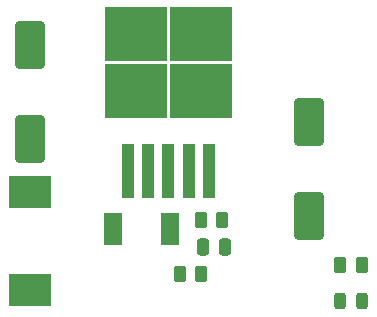
<source format=gbr>
%TF.GenerationSoftware,KiCad,Pcbnew,(6.0.0-rc2-14-ga17a58203b)*%
%TF.CreationDate,2022-06-07T22:02:49+08:00*%
%TF.ProjectId,StepDown_DCDC,53746570-446f-4776-9e5f-444344432e6b,rev?*%
%TF.SameCoordinates,Original*%
%TF.FileFunction,Paste,Top*%
%TF.FilePolarity,Positive*%
%FSLAX46Y46*%
G04 Gerber Fmt 4.6, Leading zero omitted, Abs format (unit mm)*
G04 Created by KiCad (PCBNEW (6.0.0-rc2-14-ga17a58203b)) date 2022-06-07 22:02:49*
%MOMM*%
%LPD*%
G01*
G04 APERTURE LIST*
G04 Aperture macros list*
%AMRoundRect*
0 Rectangle with rounded corners*
0 $1 Rounding radius*
0 $2 $3 $4 $5 $6 $7 $8 $9 X,Y pos of 4 corners*
0 Add a 4 corners polygon primitive as box body*
4,1,4,$2,$3,$4,$5,$6,$7,$8,$9,$2,$3,0*
0 Add four circle primitives for the rounded corners*
1,1,$1+$1,$2,$3*
1,1,$1+$1,$4,$5*
1,1,$1+$1,$6,$7*
1,1,$1+$1,$8,$9*
0 Add four rect primitives between the rounded corners*
20,1,$1+$1,$2,$3,$4,$5,0*
20,1,$1+$1,$4,$5,$6,$7,0*
20,1,$1+$1,$6,$7,$8,$9,0*
20,1,$1+$1,$8,$9,$2,$3,0*%
G04 Aperture macros list end*
%ADD10R,3.600000X2.700000*%
%ADD11R,1.500000X2.700000*%
%ADD12R,5.250000X4.550000*%
%ADD13R,1.100000X4.600000*%
%ADD14RoundRect,0.250000X0.262500X0.450000X-0.262500X0.450000X-0.262500X-0.450000X0.262500X-0.450000X0*%
%ADD15RoundRect,0.250000X1.000000X-1.750000X1.000000X1.750000X-1.000000X1.750000X-1.000000X-1.750000X0*%
%ADD16RoundRect,0.250000X0.250000X0.475000X-0.250000X0.475000X-0.250000X-0.475000X0.250000X-0.475000X0*%
%ADD17RoundRect,0.243750X-0.243750X-0.456250X0.243750X-0.456250X0.243750X0.456250X-0.243750X0.456250X0*%
G04 APERTURE END LIST*
D10*
%TO.C,L1*%
X64262000Y-82210000D03*
X64262000Y-90510000D03*
%TD*%
D11*
%TO.C,D1*%
X71260000Y-85344000D03*
X76060000Y-85344000D03*
%TD*%
D12*
%TO.C,U1*%
X73190000Y-68810000D03*
X78740000Y-68810000D03*
X78740000Y-73660000D03*
X73190000Y-73660000D03*
D13*
X72565000Y-80385000D03*
X74265000Y-80385000D03*
X75965000Y-80385000D03*
X77665000Y-80385000D03*
X79365000Y-80385000D03*
%TD*%
D14*
%TO.C,R1*%
X78740000Y-89154000D03*
X76915000Y-89154000D03*
%TD*%
%TO.C,R3*%
X92352500Y-88392000D03*
X90527500Y-88392000D03*
%TD*%
D15*
%TO.C,C2*%
X87884000Y-84264000D03*
X87884000Y-76264000D03*
%TD*%
D16*
%TO.C,C3*%
X80772000Y-86868000D03*
X78872000Y-86868000D03*
%TD*%
D17*
%TO.C,D2*%
X90502500Y-91440000D03*
X92377500Y-91440000D03*
%TD*%
D14*
%TO.C,R2*%
X80518000Y-84582000D03*
X78693000Y-84582000D03*
%TD*%
D15*
%TO.C,C1*%
X64262000Y-77724000D03*
X64262000Y-69724000D03*
%TD*%
M02*

</source>
